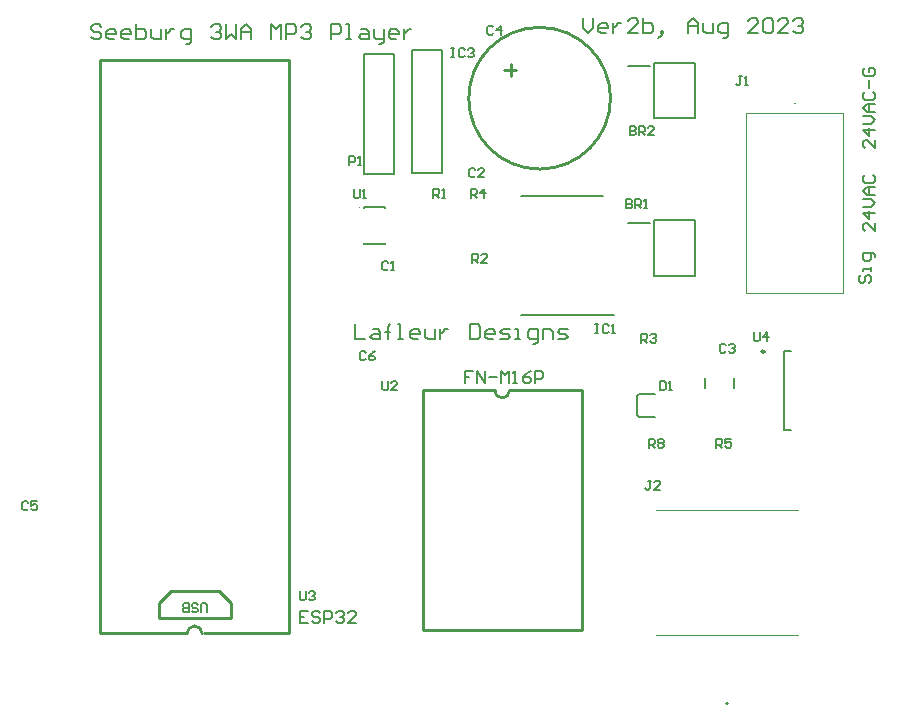
<source format=gto>
G04*
G04 #@! TF.GenerationSoftware,Altium Limited,Altium Designer,19.1.8 (144)*
G04*
G04 Layer_Color=65535*
%FSLAX44Y44*%
%MOMM*%
G71*
G01*
G75*
%ADD10C,0.2000*%
%ADD11C,0.1000*%
%ADD12C,0.2540*%
%ADD13C,0.2500*%
%ADD14C,0.1270*%
%ADD15C,0.2032*%
D10*
X667250Y458950D02*
G03*
X667250Y458950I-500J0D01*
G01*
X609600Y-50100D02*
G03*
X609600Y-48100I0J1000D01*
G01*
D02*
G03*
X609600Y-50100I0J-1000D01*
G01*
X368300Y400050D02*
Y504190D01*
X342900Y400050D02*
Y504190D01*
Y400050D02*
X368300D01*
X342900Y504190D02*
X368300D01*
X302260Y398780D02*
X327660D01*
X302260D02*
Y500380D01*
X327660Y398780D02*
Y500380D01*
X302260D02*
X327660D01*
X547650Y493400D02*
X582650D01*
Y446400D02*
Y493400D01*
X547650Y446400D02*
X582650D01*
X547650D02*
Y493400D01*
X525650Y490650D02*
X544150D01*
X591250Y218250D02*
Y226250D01*
X615250Y218250D02*
Y226250D01*
X534924Y213106D02*
X548432D01*
X533400Y211582D02*
X534924Y213106D01*
X534874Y193344D02*
X548282D01*
X533400Y194818D02*
X534874Y193344D01*
X533400Y194818D02*
Y211582D01*
X435400Y279900D02*
X514000D01*
X435400Y380500D02*
X504400D01*
X302150Y340100D02*
Y340600D01*
X320150Y340100D02*
Y340600D01*
X302150Y370600D02*
Y371100D01*
X320150Y370600D02*
Y371100D01*
X302150D02*
X320150D01*
X302150Y340100D02*
X320150D01*
X657580Y249460D02*
X664080D01*
X657580Y182460D02*
Y249460D01*
Y182460D02*
X664080D01*
X547650Y360050D02*
X582650D01*
Y313050D02*
Y360050D01*
X547650Y313050D02*
X582650D01*
X547650D02*
Y360050D01*
X525650Y357300D02*
X544150D01*
D11*
X298650Y370850D02*
G03*
X298650Y370850I-500J0D01*
G01*
X707500Y298450D02*
Y450850D01*
X626000Y298450D02*
X707500D01*
X626000D02*
Y450850D01*
X707500D01*
X549600Y114900D02*
X669600D01*
X549600Y8900D02*
X669600D01*
D12*
X412750Y215900D02*
G03*
X425450Y215900I6350J0D01*
G01*
X165100Y9800D02*
G03*
X152400Y9800I-6350J360D01*
G01*
X510850Y463296D02*
G03*
X510850Y463296I-60000J0D01*
G01*
X351790Y12700D02*
Y215900D01*
Y12700D02*
X486410D01*
Y215900D01*
X425450D02*
X486410D01*
X351790D02*
X412750D01*
X138430Y45720D02*
X179070D01*
X128270Y35560D02*
X138430Y45720D01*
X128270Y22860D02*
Y35560D01*
X189230Y22860D02*
Y35560D01*
X179070Y45720D02*
X189230Y35560D01*
X128270Y22860D02*
X189230D01*
X166370Y10160D02*
X185420D01*
X238760D02*
Y495300D01*
X103505D02*
X196215D01*
X78740Y10160D02*
Y495300D01*
Y10160D02*
X151130D01*
X185420D02*
X238760D01*
X196215Y495300D02*
X238760D01*
X78740D02*
X103505D01*
X426212Y482346D02*
Y492506D01*
X420878Y487426D02*
X431038D01*
D13*
X641330Y248760D02*
G03*
X641330Y248760I-1250J0D01*
G01*
D14*
X168910Y27943D02*
Y34290D01*
X167640Y35560D01*
X165101D01*
X163832Y34290D01*
Y27943D01*
X156214Y29212D02*
X157484Y27943D01*
X160023D01*
X161292Y29212D01*
Y30482D01*
X160023Y31751D01*
X157484D01*
X156214Y33021D01*
Y34290D01*
X157484Y35560D01*
X160023D01*
X161292Y34290D01*
X153675Y27943D02*
Y35560D01*
X149866D01*
X148597Y34290D01*
Y33021D01*
X149866Y31751D01*
X153675D01*
X149866D01*
X148597Y30482D01*
Y29212D01*
X149866Y27943D01*
X153675D01*
X289560Y406400D02*
Y414017D01*
X293369D01*
X294638Y412748D01*
Y410209D01*
X293369Y408939D01*
X289560D01*
X297178Y406400D02*
X299717D01*
X298447D01*
Y414017D01*
X297178Y412748D01*
X632206Y265173D02*
Y258826D01*
X633476Y257556D01*
X636015D01*
X637284Y258826D01*
Y265173D01*
X643632Y257556D02*
Y265173D01*
X639823Y261365D01*
X644902D01*
X411480Y523239D02*
X410211Y524509D01*
X407672D01*
X406402Y523239D01*
Y518161D01*
X407672Y516891D01*
X410211D01*
X411480Y518161D01*
X417828Y516891D02*
Y524509D01*
X414020Y520700D01*
X419098D01*
X247650Y45718D02*
Y39370D01*
X248920Y38100D01*
X251459D01*
X252728Y39370D01*
Y45718D01*
X255268Y44448D02*
X256537Y45718D01*
X259076D01*
X260346Y44448D01*
Y43178D01*
X259076Y41909D01*
X257807D01*
X259076D01*
X260346Y40639D01*
Y39370D01*
X259076Y38100D01*
X256537D01*
X255268Y39370D01*
X317500Y223517D02*
Y217170D01*
X318770Y215900D01*
X321309D01*
X322578Y217170D01*
Y223517D01*
X330196Y215900D02*
X325117D01*
X330196Y220978D01*
Y222248D01*
X328926Y223517D01*
X326387D01*
X325117Y222248D01*
X375920Y505457D02*
X378459D01*
X377190D01*
Y497840D01*
X375920D01*
X378459D01*
X387346Y504188D02*
X386077Y505457D01*
X383537D01*
X382268Y504188D01*
Y499110D01*
X383537Y497840D01*
X386077D01*
X387346Y499110D01*
X389885Y504188D02*
X391155Y505457D01*
X393694D01*
X394964Y504188D01*
Y502918D01*
X393694Y501649D01*
X392425D01*
X393694D01*
X394964Y500379D01*
Y499110D01*
X393694Y497840D01*
X391155D01*
X389885Y499110D01*
X293370Y386077D02*
Y379730D01*
X294640Y378460D01*
X297179D01*
X298448Y379730D01*
Y386077D01*
X300987Y378460D02*
X303527D01*
X302257D01*
Y386077D01*
X300987Y384808D01*
X543052Y167386D02*
Y175004D01*
X546861D01*
X548130Y173734D01*
Y171195D01*
X546861Y169925D01*
X543052D01*
X545591D02*
X548130Y167386D01*
X550670Y173734D02*
X551939Y175004D01*
X554478D01*
X555748Y173734D01*
Y172464D01*
X554478Y171195D01*
X555748Y169925D01*
Y168656D01*
X554478Y167386D01*
X551939D01*
X550670Y168656D01*
Y169925D01*
X551939Y171195D01*
X550670Y172464D01*
Y173734D01*
X551939Y171195D02*
X554478D01*
X600202Y167386D02*
Y175004D01*
X604011D01*
X605280Y173734D01*
Y171195D01*
X604011Y169925D01*
X600202D01*
X602741D02*
X605280Y167386D01*
X612898Y175004D02*
X607820D01*
Y171195D01*
X610359Y172464D01*
X611628D01*
X612898Y171195D01*
Y168656D01*
X611628Y167386D01*
X609089D01*
X607820Y168656D01*
X392684Y378968D02*
Y386586D01*
X396493D01*
X397762Y385316D01*
Y382777D01*
X396493Y381507D01*
X392684D01*
X395223D02*
X397762Y378968D01*
X404110D02*
Y386586D01*
X400302Y382777D01*
X405380D01*
X393700Y323850D02*
Y331468D01*
X397509D01*
X398778Y330198D01*
Y327659D01*
X397509Y326389D01*
X393700D01*
X396239D02*
X398778Y323850D01*
X406396D02*
X401317D01*
X406396Y328928D01*
Y330198D01*
X405126Y331468D01*
X402587D01*
X401317Y330198D01*
X536702Y256286D02*
Y263904D01*
X540511D01*
X541780Y262634D01*
Y260095D01*
X540511Y258825D01*
X536702D01*
X539241D02*
X541780Y256286D01*
X544319Y262634D02*
X545589Y263904D01*
X548128D01*
X549398Y262634D01*
Y261364D01*
X548128Y260095D01*
X546859D01*
X548128D01*
X549398Y258825D01*
Y257556D01*
X548128Y256286D01*
X545589D01*
X544319Y257556D01*
X360934Y378968D02*
Y386586D01*
X364743D01*
X366012Y385316D01*
Y382777D01*
X364743Y381507D01*
X360934D01*
X363473D02*
X366012Y378968D01*
X368551D02*
X371091D01*
X369821D01*
Y386586D01*
X368551Y385316D01*
X545336Y139444D02*
X542797D01*
X544067D01*
Y133096D01*
X542797Y131826D01*
X541528D01*
X540258Y133096D01*
X552954Y131826D02*
X547876D01*
X552954Y136904D01*
Y138174D01*
X551684Y139444D01*
X549145D01*
X547876Y138174D01*
X622044Y482090D02*
X619505D01*
X620775D01*
Y475742D01*
X619505Y474472D01*
X618236D01*
X616966Y475742D01*
X624584Y474472D02*
X627123D01*
X625853D01*
Y482090D01*
X624584Y480820D01*
X497840Y271777D02*
X500379D01*
X499110D01*
Y264160D01*
X497840D01*
X500379D01*
X509266Y270508D02*
X507997Y271777D01*
X505457D01*
X504188Y270508D01*
Y265430D01*
X505457Y264160D01*
X507997D01*
X509266Y265430D01*
X511805Y264160D02*
X514345D01*
X513075D01*
Y271777D01*
X511805Y270508D01*
X552450Y223517D02*
Y215900D01*
X556259D01*
X557528Y217170D01*
Y222248D01*
X556259Y223517D01*
X552450D01*
X560067Y215900D02*
X562607D01*
X561337D01*
Y223517D01*
X560067Y222248D01*
X303528Y247648D02*
X302259Y248918D01*
X299720D01*
X298450Y247648D01*
Y242570D01*
X299720Y241300D01*
X302259D01*
X303528Y242570D01*
X311146Y248918D02*
X308607Y247648D01*
X306068Y245109D01*
Y242570D01*
X307337Y241300D01*
X309876D01*
X311146Y242570D01*
Y243839D01*
X309876Y245109D01*
X306068D01*
X17778Y120648D02*
X16509Y121917D01*
X13970D01*
X12700Y120648D01*
Y115570D01*
X13970Y114300D01*
X16509D01*
X17778Y115570D01*
X25396Y121917D02*
X20317D01*
Y118109D01*
X22857Y119378D01*
X24126D01*
X25396Y118109D01*
Y115570D01*
X24126Y114300D01*
X21587D01*
X20317Y115570D01*
X396238Y402588D02*
X394969Y403857D01*
X392430D01*
X391160Y402588D01*
Y397510D01*
X392430Y396240D01*
X394969D01*
X396238Y397510D01*
X403856Y396240D02*
X398778D01*
X403856Y401318D01*
Y402588D01*
X402586Y403857D01*
X400047D01*
X398778Y402588D01*
X608328Y253998D02*
X607059Y255268D01*
X604520D01*
X603250Y253998D01*
Y248920D01*
X604520Y247650D01*
X607059D01*
X608328Y248920D01*
X610868Y253998D02*
X612137Y255268D01*
X614676D01*
X615946Y253998D01*
Y252728D01*
X614676Y251459D01*
X613407D01*
X614676D01*
X615946Y250189D01*
Y248920D01*
X614676Y247650D01*
X612137D01*
X610868Y248920D01*
X322578Y323848D02*
X321309Y325117D01*
X318770D01*
X317500Y323848D01*
Y318770D01*
X318770Y317500D01*
X321309D01*
X322578Y318770D01*
X325117Y317500D02*
X327657D01*
X326387D01*
Y325117D01*
X325117Y323848D01*
X527050Y439417D02*
Y431800D01*
X530859D01*
X532128Y433070D01*
Y434339D01*
X530859Y435609D01*
X527050D01*
X530859D01*
X532128Y436878D01*
Y438148D01*
X530859Y439417D01*
X527050D01*
X534668Y431800D02*
Y439417D01*
X538476D01*
X539746Y438148D01*
Y435609D01*
X538476Y434339D01*
X534668D01*
X537207D02*
X539746Y431800D01*
X547363D02*
X542285D01*
X547363Y436878D01*
Y438148D01*
X546094Y439417D01*
X543555D01*
X542285Y438148D01*
X524256Y377696D02*
Y370078D01*
X528065D01*
X529334Y371348D01*
Y372617D01*
X528065Y373887D01*
X524256D01*
X528065D01*
X529334Y375156D01*
Y376426D01*
X528065Y377696D01*
X524256D01*
X531874Y370078D02*
Y377696D01*
X535682D01*
X536952Y376426D01*
Y373887D01*
X535682Y372617D01*
X531874D01*
X534413D02*
X536952Y370078D01*
X539491D02*
X542030D01*
X540761D01*
Y377696D01*
X539491Y376426D01*
D15*
X79584Y523660D02*
X77468Y525776D01*
X73236D01*
X71120Y523660D01*
Y521544D01*
X73236Y519428D01*
X77468D01*
X79584Y517312D01*
Y515196D01*
X77468Y513080D01*
X73236D01*
X71120Y515196D01*
X90164Y513080D02*
X85932D01*
X83816Y515196D01*
Y519428D01*
X85932Y521544D01*
X90164D01*
X92280Y519428D01*
Y517312D01*
X83816D01*
X102860Y513080D02*
X98628D01*
X96512Y515196D01*
Y519428D01*
X98628Y521544D01*
X102860D01*
X104976Y519428D01*
Y517312D01*
X96512D01*
X109208Y525776D02*
Y513080D01*
X115556D01*
X117672Y515196D01*
Y517312D01*
Y519428D01*
X115556Y521544D01*
X109208D01*
X121903D02*
Y515196D01*
X124019Y513080D01*
X130367D01*
Y521544D01*
X134599D02*
Y513080D01*
Y517312D01*
X136715Y519428D01*
X138831Y521544D01*
X140947D01*
X151527Y508848D02*
X153643D01*
X155759Y510964D01*
Y521544D01*
X149411D01*
X147295Y519428D01*
Y515196D01*
X149411Y513080D01*
X155759D01*
X172687Y523660D02*
X174803Y525776D01*
X179035D01*
X181151Y523660D01*
Y521544D01*
X179035Y519428D01*
X176919D01*
X179035D01*
X181151Y517312D01*
Y515196D01*
X179035Y513080D01*
X174803D01*
X172687Y515196D01*
X185383Y525776D02*
Y513080D01*
X189615Y517312D01*
X193847Y513080D01*
Y525776D01*
X198079Y513080D02*
Y521544D01*
X202311Y525776D01*
X206543Y521544D01*
Y513080D01*
Y519428D01*
X198079D01*
X223471Y513080D02*
Y525776D01*
X227703Y521544D01*
X231935Y525776D01*
Y513080D01*
X236166D02*
Y525776D01*
X242514D01*
X244630Y523660D01*
Y519428D01*
X242514Y517312D01*
X236166D01*
X248862Y523660D02*
X250978Y525776D01*
X255210D01*
X257326Y523660D01*
Y521544D01*
X255210Y519428D01*
X253094D01*
X255210D01*
X257326Y517312D01*
Y515196D01*
X255210Y513080D01*
X250978D01*
X248862Y515196D01*
X274254Y513080D02*
Y525776D01*
X280602D01*
X282718Y523660D01*
Y519428D01*
X280602Y517312D01*
X274254D01*
X286950Y513080D02*
X291182D01*
X289066D01*
Y525776D01*
X286950D01*
X299646Y521544D02*
X303878D01*
X305994Y519428D01*
Y513080D01*
X299646D01*
X297530Y515196D01*
X299646Y517312D01*
X305994D01*
X310226Y521544D02*
Y515196D01*
X312342Y513080D01*
X318690D01*
Y510964D01*
X316574Y508848D01*
X314458D01*
X318690Y513080D02*
Y521544D01*
X329270Y513080D02*
X325038D01*
X322922Y515196D01*
Y519428D01*
X325038Y521544D01*
X329270D01*
X331386Y519428D01*
Y517312D01*
X322922D01*
X335618Y521544D02*
Y513080D01*
Y517312D01*
X337734Y519428D01*
X339850Y521544D01*
X341966D01*
X394121Y232407D02*
X387350D01*
Y227328D01*
X390736D01*
X387350D01*
Y222250D01*
X397507D02*
Y232407D01*
X404278Y222250D01*
Y232407D01*
X407663Y227328D02*
X414435D01*
X417820Y222250D02*
Y232407D01*
X421206Y229021D01*
X424591Y232407D01*
Y222250D01*
X427977D02*
X431362D01*
X429670D01*
Y232407D01*
X427977Y230714D01*
X443212Y232407D02*
X439826Y230714D01*
X436441Y227328D01*
Y223943D01*
X438134Y222250D01*
X441519D01*
X443212Y223943D01*
Y225636D01*
X441519Y227328D01*
X436441D01*
X446598Y222250D02*
Y232407D01*
X451676D01*
X453369Y230714D01*
Y227328D01*
X451676Y225636D01*
X446598D01*
X254421Y29207D02*
X247650D01*
Y19050D01*
X254421D01*
X247650Y24128D02*
X251036D01*
X264578Y27514D02*
X262885Y29207D01*
X259499D01*
X257807Y27514D01*
Y25821D01*
X259499Y24128D01*
X262885D01*
X264578Y22436D01*
Y20743D01*
X262885Y19050D01*
X259499D01*
X257807Y20743D01*
X267963Y19050D02*
Y29207D01*
X273042D01*
X274735Y27514D01*
Y24128D01*
X273042Y22436D01*
X267963D01*
X278120Y27514D02*
X279813Y29207D01*
X283199D01*
X284891Y27514D01*
Y25821D01*
X283199Y24128D01*
X281506D01*
X283199D01*
X284891Y22436D01*
Y20743D01*
X283199Y19050D01*
X279813D01*
X278120Y20743D01*
X295048Y19050D02*
X288277D01*
X295048Y25821D01*
Y27514D01*
X293355Y29207D01*
X289970D01*
X288277Y27514D01*
X722719Y313603D02*
X721026Y311910D01*
Y308525D01*
X722719Y306832D01*
X724411D01*
X726104Y308525D01*
Y311910D01*
X727797Y313603D01*
X729490D01*
X731182Y311910D01*
Y308525D01*
X729490Y306832D01*
X731182Y316989D02*
Y320374D01*
Y318682D01*
X724411D01*
Y316989D01*
X734568Y328838D02*
Y330531D01*
X732875Y332224D01*
X724411D01*
Y327145D01*
X726104Y325453D01*
X729490D01*
X731182Y327145D01*
Y332224D01*
X734568Y358053D02*
Y351282D01*
X727797Y358053D01*
X726104D01*
X724411Y356360D01*
Y352975D01*
X726104Y351282D01*
X734568Y366517D02*
X724411D01*
X729490Y361439D01*
Y368210D01*
X724411Y371595D02*
X731182D01*
X734568Y374981D01*
X731182Y378367D01*
X724411D01*
X734568Y381752D02*
X727797D01*
X724411Y385138D01*
X727797Y388523D01*
X734568D01*
X729490D01*
Y381752D01*
X726104Y398680D02*
X724411Y396987D01*
Y393602D01*
X726104Y391909D01*
X732875D01*
X734568Y393602D01*
Y396987D01*
X732875Y398680D01*
X734568Y427903D02*
Y421132D01*
X727797Y427903D01*
X726104D01*
X724411Y426210D01*
Y422825D01*
X726104Y421132D01*
X734568Y436367D02*
X724411D01*
X729490Y431289D01*
Y438060D01*
X724411Y441445D02*
X731182D01*
X734568Y444831D01*
X731182Y448217D01*
X724411D01*
X734568Y451602D02*
X727797D01*
X724411Y454988D01*
X727797Y458373D01*
X734568D01*
X729490D01*
Y451602D01*
X726104Y468530D02*
X724411Y466837D01*
Y463452D01*
X726104Y461759D01*
X732875D01*
X734568Y463452D01*
Y466837D01*
X732875Y468530D01*
X729490Y471916D02*
Y478687D01*
X726104Y488843D02*
X724411Y487151D01*
Y483765D01*
X726104Y482072D01*
X732875D01*
X734568Y483765D01*
Y487151D01*
X732875Y488843D01*
X729490D01*
Y485458D01*
X487680Y530856D02*
Y522392D01*
X491912Y518160D01*
X496144Y522392D01*
Y530856D01*
X506724Y518160D02*
X502492D01*
X500376Y520276D01*
Y524508D01*
X502492Y526624D01*
X506724D01*
X508840Y524508D01*
Y522392D01*
X500376D01*
X513072Y526624D02*
Y518160D01*
Y522392D01*
X515188Y524508D01*
X517304Y526624D01*
X519420D01*
X534232Y518160D02*
X525768D01*
X534232Y526624D01*
Y528740D01*
X532116Y530856D01*
X527884D01*
X525768Y528740D01*
X538464Y530856D02*
Y518160D01*
X544812D01*
X546927Y520276D01*
Y522392D01*
Y524508D01*
X544812Y526624D01*
X538464D01*
X553275Y516044D02*
X555391Y518160D01*
Y520276D01*
X553275D01*
Y518160D01*
X555391D01*
X553275Y516044D01*
X551159Y513928D01*
X576551Y518160D02*
Y526624D01*
X580783Y530856D01*
X585015Y526624D01*
Y518160D01*
Y524508D01*
X576551D01*
X589247Y526624D02*
Y520276D01*
X591363Y518160D01*
X597711D01*
Y526624D01*
X606175Y513928D02*
X608291D01*
X610407Y516044D01*
Y526624D01*
X604059D01*
X601943Y524508D01*
Y520276D01*
X604059Y518160D01*
X610407D01*
X635799D02*
X627335D01*
X635799Y526624D01*
Y528740D01*
X633683Y530856D01*
X629451D01*
X627335Y528740D01*
X640031D02*
X642147Y530856D01*
X646379D01*
X648495Y528740D01*
Y520276D01*
X646379Y518160D01*
X642147D01*
X640031Y520276D01*
Y528740D01*
X661190Y518160D02*
X652727D01*
X661190Y526624D01*
Y528740D01*
X659074Y530856D01*
X654843D01*
X652727Y528740D01*
X665422D02*
X667538Y530856D01*
X671770D01*
X673886Y528740D01*
Y526624D01*
X671770Y524508D01*
X669654D01*
X671770D01*
X673886Y522392D01*
Y520276D01*
X671770Y518160D01*
X667538D01*
X665422Y520276D01*
X294640Y271776D02*
Y259080D01*
X303104D01*
X309452Y267544D02*
X313684D01*
X315800Y265428D01*
Y259080D01*
X309452D01*
X307336Y261196D01*
X309452Y263312D01*
X315800D01*
X322148Y259080D02*
Y269660D01*
Y265428D01*
X320032D01*
X324264D01*
X322148D01*
Y269660D01*
X324264Y271776D01*
X330612Y259080D02*
X334844D01*
X332728D01*
Y271776D01*
X330612D01*
X347539Y259080D02*
X343308D01*
X341192Y261196D01*
Y265428D01*
X343308Y267544D01*
X347539D01*
X349655Y265428D01*
Y263312D01*
X341192D01*
X353887Y267544D02*
Y261196D01*
X356003Y259080D01*
X362351D01*
Y267544D01*
X366583D02*
Y259080D01*
Y263312D01*
X368699Y265428D01*
X370815Y267544D01*
X372931D01*
X391975Y271776D02*
Y259080D01*
X398323D01*
X400439Y261196D01*
Y269660D01*
X398323Y271776D01*
X391975D01*
X411019Y259080D02*
X406787D01*
X404671Y261196D01*
Y265428D01*
X406787Y267544D01*
X411019D01*
X413135Y265428D01*
Y263312D01*
X404671D01*
X417367Y259080D02*
X423715D01*
X425831Y261196D01*
X423715Y263312D01*
X419483D01*
X417367Y265428D01*
X419483Y267544D01*
X425831D01*
X430063Y259080D02*
X434295D01*
X432179D01*
Y267544D01*
X430063D01*
X444875Y254848D02*
X446991D01*
X449107Y256964D01*
Y267544D01*
X442759D01*
X440643Y265428D01*
Y261196D01*
X442759Y259080D01*
X449107D01*
X453339D02*
Y267544D01*
X459687D01*
X461802Y265428D01*
Y259080D01*
X466035D02*
X472382D01*
X474498Y261196D01*
X472382Y263312D01*
X468150D01*
X466035Y265428D01*
X468150Y267544D01*
X474498D01*
M02*

</source>
